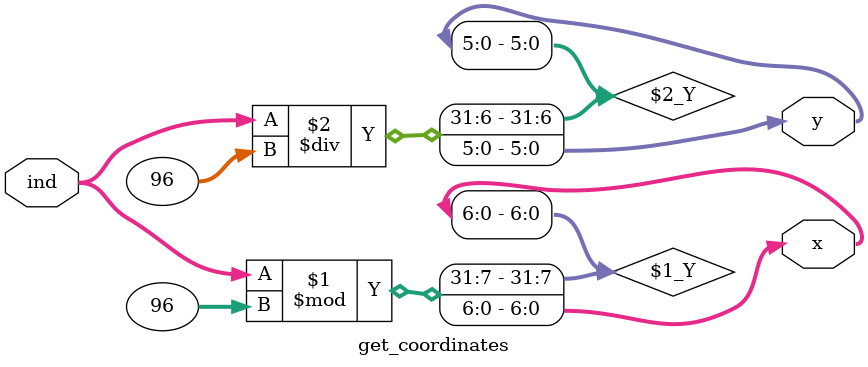
<source format=v>
`timescale 1ns / 1ps


module get_coordinates(
    input [12:0] ind,
    output [6:0] x,
    output [5:0] y
    );
    
    assign x = ind % 96;
    assign y = ind / 96;
    
endmodule

</source>
